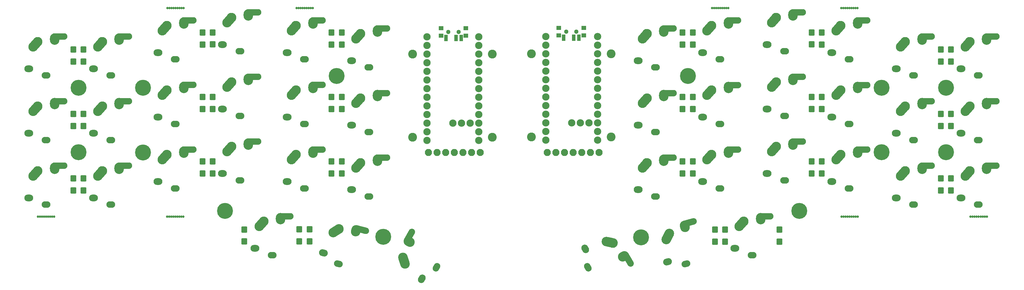
<source format=gbr>
%TF.GenerationSoftware,KiCad,Pcbnew,8.0.3*%
%TF.CreationDate,2024-08-02T01:30:14+01:00*%
%TF.ProjectId,corne-light-ice-trackball,636f726e-652d-46c6-9967-68742d696365,1.0*%
%TF.SameCoordinates,Original*%
%TF.FileFunction,Soldermask,Bot*%
%TF.FilePolarity,Negative*%
%FSLAX46Y46*%
G04 Gerber Fmt 4.6, Leading zero omitted, Abs format (unit mm)*
G04 Created by KiCad (PCBNEW 8.0.3) date 2024-08-02 01:30:14*
%MOMM*%
%LPD*%
G01*
G04 APERTURE LIST*
G04 Aperture macros list*
%AMRoundRect*
0 Rectangle with rounded corners*
0 $1 Rounding radius*
0 $2 $3 $4 $5 $6 $7 $8 $9 X,Y pos of 4 corners*
0 Add a 4 corners polygon primitive as box body*
4,1,4,$2,$3,$4,$5,$6,$7,$8,$9,$2,$3,0*
0 Add four circle primitives for the rounded corners*
1,1,$1+$1,$2,$3*
1,1,$1+$1,$4,$5*
1,1,$1+$1,$6,$7*
1,1,$1+$1,$8,$9*
0 Add four rect primitives between the rounded corners*
20,1,$1+$1,$2,$3,$4,$5,0*
20,1,$1+$1,$4,$5,$6,$7,0*
20,1,$1+$1,$6,$7,$8,$9,0*
20,1,$1+$1,$8,$9,$2,$3,0*%
%AMHorizOval*
0 Thick line with rounded ends*
0 $1 width*
0 $2 $3 position (X,Y) of the first rounded end (center of the circle)*
0 $4 $5 position (X,Y) of the second rounded end (center of the circle)*
0 Add line between two ends*
20,1,$1,$2,$3,$4,$5,0*
0 Add two circle primitives to create the rounded ends*
1,1,$1,$2,$3*
1,1,$1,$4,$5*%
G04 Aperture macros list end*
%ADD10O,2.600000X2.000000*%
%ADD11HorizOval,2.800000X-0.669131X-0.743145X0.669131X0.743145X0*%
%ADD12C,2.800000*%
%ADD13O,2.600000X1.900000*%
%ADD14O,2.800000X3.350000*%
%ADD15HorizOval,1.900000X1.449945X0.012653X-1.449945X-0.012653X0*%
%ADD16HorizOval,2.000000X0.289778X0.077646X-0.289778X-0.077646X0*%
%ADD17HorizOval,2.800000X-0.453990X-0.891007X0.453990X0.891007X0*%
%ADD18HorizOval,1.900000X0.338074X0.090587X-0.338074X-0.090587X0*%
%ADD19HorizOval,2.800000X-0.071175X0.265630X0.071175X-0.265630X0*%
%ADD20HorizOval,1.900000X1.397264X0.387496X-1.397264X-0.387496X0*%
%ADD21HorizOval,2.000000X0.150000X0.259808X-0.150000X-0.259808X0*%
%ADD22HorizOval,2.800000X-0.309017X0.951057X0.309017X-0.951057X0*%
%ADD23HorizOval,1.900000X0.175000X0.303109X-0.175000X-0.303109X0*%
%ADD24HorizOval,2.800000X-0.238157X0.137500X0.238157X-0.137500X0*%
%ADD25HorizOval,1.900000X0.714014X1.262016X-0.714014X-1.262016X0*%
%ADD26HorizOval,2.000000X0.289778X-0.077646X-0.289778X0.077646X0*%
%ADD27HorizOval,2.800000X-0.838671X-0.544639X0.838671X0.544639X0*%
%ADD28HorizOval,1.900000X0.338074X-0.090587X-0.338074X0.090587X0*%
%ADD29HorizOval,2.800000X-0.071175X-0.265630X0.071175X0.265630X0*%
%ADD30HorizOval,1.900000X1.403814X-0.363051X-1.403814X0.363051X0*%
%ADD31HorizOval,2.000000X0.150000X-0.259808X-0.150000X0.259808X0*%
%ADD32HorizOval,2.800000X-0.978148X0.207912X0.978148X-0.207912X0*%
%ADD33HorizOval,1.900000X0.175000X-0.303109X-0.175000X0.303109X0*%
%ADD34HorizOval,2.800000X-0.238157X-0.137500X0.238157X0.137500X0*%
%ADD35HorizOval,1.900000X0.735931X-1.249362X-0.735931X1.249362X0*%
%ADD36C,0.700000*%
%ADD37C,2.100000*%
%ADD38O,2.100000X2.100000*%
%ADD39C,2.600000*%
%ADD40RoundRect,0.200000X-0.650000X0.700000X-0.650000X-0.700000X0.650000X-0.700000X0.650000X0.700000X0*%
%ADD41C,4.700000*%
%ADD42C,2.152600*%
%ADD43C,1.300000*%
%ADD44RoundRect,0.200000X-0.350000X-0.750000X0.350000X-0.750000X0.350000X0.750000X-0.350000X0.750000X0*%
%ADD45RoundRect,0.200000X-0.500000X-0.400000X0.500000X-0.400000X0.500000X0.400000X-0.500000X0.400000X0*%
G04 APERTURE END LIST*
D10*
%TO.C,SW22*%
X216523000Y41865068D03*
D11*
X218492131Y49058213D03*
D12*
X219123000Y49765068D03*
D13*
X221623000Y39865068D03*
D14*
X224123000Y50565068D03*
D15*
X225523042Y51305469D03*
%TD*%
D10*
%TO.C,SW23*%
X197523000Y41865068D03*
D11*
X199492131Y49058213D03*
D12*
X200123000Y49765068D03*
D13*
X202623000Y39865068D03*
D14*
X205123000Y50565068D03*
D15*
X206523042Y51305469D03*
%TD*%
D10*
%TO.C,SW24*%
X178523000Y46615068D03*
D11*
X180492131Y53808213D03*
D12*
X181123000Y54515068D03*
D13*
X183623000Y44615068D03*
D14*
X186123000Y55315068D03*
D15*
X187523042Y56055469D03*
%TD*%
D10*
%TO.C,SW25*%
X159523000Y48990068D03*
D11*
X161492131Y56183213D03*
D12*
X162123000Y56890068D03*
D13*
X164623000Y46990068D03*
D14*
X167123000Y57690068D03*
D15*
X168523042Y58430469D03*
%TD*%
D10*
%TO.C,SW26*%
X140523000Y46615068D03*
D11*
X142492131Y53808213D03*
D12*
X143123000Y54515068D03*
D13*
X145623000Y44615068D03*
D14*
X148123000Y55315068D03*
D15*
X149523042Y56055469D03*
%TD*%
D10*
%TO.C,SW27*%
X121523000Y44240068D03*
D11*
X123492131Y51433213D03*
D12*
X124123000Y52140068D03*
D13*
X126623000Y42240068D03*
D14*
X129123000Y52940068D03*
D15*
X130523042Y53680469D03*
%TD*%
D10*
%TO.C,SW28*%
X216523000Y22865068D03*
D11*
X218492131Y30058213D03*
D12*
X219123000Y30765068D03*
D13*
X221623000Y20865068D03*
D14*
X224123000Y31565068D03*
D15*
X225523042Y32305469D03*
%TD*%
D10*
%TO.C,SW29*%
X197523000Y22865068D03*
D11*
X199492131Y30058213D03*
D12*
X200123000Y30765068D03*
D13*
X202623000Y20865068D03*
D14*
X205123000Y31565068D03*
D15*
X206523042Y32305469D03*
%TD*%
D10*
%TO.C,SW30*%
X178523000Y27615068D03*
D11*
X180492131Y34808213D03*
D12*
X181123000Y35515068D03*
D13*
X183623000Y25615068D03*
D14*
X186123000Y36315068D03*
D15*
X187523042Y37055469D03*
%TD*%
D10*
%TO.C,SW31*%
X159523000Y29990068D03*
D11*
X161492131Y37183213D03*
D12*
X162123000Y37890068D03*
D13*
X164623000Y27990068D03*
D14*
X167123000Y38690068D03*
D15*
X168523042Y39430469D03*
%TD*%
D10*
%TO.C,SW32*%
X140523000Y27615068D03*
D11*
X142492131Y34808213D03*
D12*
X143123000Y35515068D03*
D13*
X145623000Y25615068D03*
D14*
X148123000Y36315068D03*
D15*
X149523042Y37055469D03*
%TD*%
D10*
%TO.C,SW33*%
X121523000Y25240068D03*
D11*
X123492131Y32433213D03*
D12*
X124123000Y33140068D03*
D13*
X126623000Y23240068D03*
D14*
X129123000Y33940068D03*
D15*
X130523042Y34680469D03*
%TD*%
D10*
%TO.C,SW34*%
X216523000Y3865068D03*
D11*
X218492131Y11058213D03*
D12*
X219123000Y11765068D03*
D13*
X221623000Y1865068D03*
D14*
X224123000Y12565068D03*
D15*
X225523042Y13305469D03*
%TD*%
D10*
%TO.C,SW35*%
X197523000Y3865068D03*
D11*
X199492131Y11058213D03*
D12*
X200123000Y11765068D03*
D13*
X202623000Y1865068D03*
D14*
X205123000Y12565068D03*
D15*
X206523042Y13305469D03*
%TD*%
D10*
%TO.C,SW36*%
X178523000Y8615068D03*
D11*
X180492131Y15808213D03*
D12*
X181123000Y16515068D03*
D13*
X183623000Y6615068D03*
D14*
X186123000Y17315068D03*
D15*
X187523042Y18055469D03*
%TD*%
D10*
%TO.C,SW37*%
X159523000Y10990068D03*
D11*
X161492131Y18183213D03*
D12*
X162123000Y18890068D03*
D13*
X164623000Y8990068D03*
D14*
X167123000Y19690068D03*
D15*
X168523042Y20430469D03*
%TD*%
D10*
%TO.C,SW38*%
X140523000Y8615068D03*
D11*
X142492131Y15808213D03*
D12*
X143123000Y16515068D03*
D13*
X145623000Y6615068D03*
D14*
X148123000Y17315068D03*
D15*
X149523042Y18055469D03*
%TD*%
D10*
%TO.C,SW40*%
X150023000Y-11009932D03*
D11*
X151992131Y-3816787D03*
D12*
X152623000Y-3109932D03*
D13*
X155123000Y-13009932D03*
D14*
X157623000Y-2309932D03*
D15*
X159023042Y-1569531D03*
%TD*%
D16*
%TO.C,SW41*%
X130206173Y-14947020D03*
D17*
X130246483Y-7489327D03*
D12*
X130672909Y-6643276D03*
D18*
X135650032Y-15558894D03*
D19*
X135295483Y-4576440D03*
D20*
X136456190Y-3498909D03*
%TD*%
D10*
%TO.C,SW39*%
X121523000Y6240068D03*
D11*
X123492131Y13433213D03*
D12*
X124123000Y14140068D03*
D13*
X126623000Y4240068D03*
D14*
X129123000Y14940068D03*
D15*
X130523042Y15680469D03*
%TD*%
D10*
%TO.C,SW6*%
X37248000Y44240500D03*
D11*
X39217131Y51433645D03*
D12*
X39848000Y52140500D03*
D13*
X42348000Y42240500D03*
D14*
X44848000Y52940500D03*
D15*
X46248042Y53680901D03*
%TD*%
D10*
%TO.C,SW5*%
X18248000Y46615500D03*
D11*
X20217131Y53808645D03*
D12*
X20848000Y54515500D03*
D13*
X23348000Y44615500D03*
D14*
X25848000Y55315500D03*
D15*
X27248042Y56055901D03*
%TD*%
D10*
%TO.C,SW4*%
X-752000Y48990500D03*
D11*
X1217131Y56183645D03*
D12*
X1848000Y56890500D03*
D13*
X4348000Y46990500D03*
D14*
X6848000Y57690500D03*
D15*
X8248042Y58430901D03*
%TD*%
D10*
%TO.C,SW3*%
X-19752000Y46615500D03*
D11*
X-17782869Y53808645D03*
D12*
X-17152000Y54515500D03*
D13*
X-14652000Y44615500D03*
D14*
X-12152000Y55315500D03*
D15*
X-10751958Y56055901D03*
%TD*%
D10*
%TO.C,SW2*%
X-38752000Y41865500D03*
D11*
X-36782869Y49058645D03*
D12*
X-36152000Y49765500D03*
D13*
X-33652000Y39865500D03*
D14*
X-31152000Y50565500D03*
D15*
X-29751958Y51305901D03*
%TD*%
D10*
%TO.C,SW18*%
X37248000Y6240500D03*
D11*
X39217131Y13433645D03*
D12*
X39848000Y14140500D03*
D13*
X42348000Y4240500D03*
D14*
X44848000Y14940500D03*
D15*
X46248042Y15680901D03*
%TD*%
D21*
%TO.C,SW21*%
X57925499Y-19976230D03*
D22*
X52680618Y-14674340D03*
D12*
X52383898Y-13774564D03*
D23*
X62207550Y-16559500D03*
D24*
X54191078Y-9044436D03*
D25*
X54249893Y-7461764D03*
%TD*%
D10*
%TO.C,SW13*%
X-57752000Y3865500D03*
D11*
X-55782869Y11058645D03*
D12*
X-55152000Y11765500D03*
D13*
X-52652000Y1865500D03*
D14*
X-50152000Y12565500D03*
D15*
X-48751958Y13305901D03*
%TD*%
D26*
%TO.C,SW20*%
X28912384Y-12306634D03*
D27*
X32676141Y-5868238D03*
D12*
X33468462Y-5348749D03*
D28*
X33320968Y-15558462D03*
D29*
X38505146Y-5870104D03*
D30*
X40049113Y-5517289D03*
%TD*%
D10*
%TO.C,SW19*%
X8748000Y-11009500D03*
D11*
X10717131Y-3816355D03*
D12*
X11348000Y-3109500D03*
D13*
X13848000Y-13009500D03*
D14*
X16348000Y-2309500D03*
D15*
X17748042Y-1569099D03*
%TD*%
D10*
%TO.C,SW17*%
X18248000Y8615500D03*
D11*
X20217131Y15808645D03*
D12*
X20848000Y16515500D03*
D13*
X23348000Y6615500D03*
D14*
X25848000Y17315500D03*
D15*
X27248042Y18055901D03*
%TD*%
D10*
%TO.C,SW16*%
X-752000Y10990500D03*
D11*
X1217131Y18183645D03*
D12*
X1848000Y18890500D03*
D13*
X4348000Y8990500D03*
D14*
X6848000Y19690500D03*
D15*
X8248042Y20430901D03*
%TD*%
D10*
%TO.C,SW15*%
X-19752000Y8615500D03*
D11*
X-17782869Y15808645D03*
D12*
X-17152000Y16515500D03*
D13*
X-14652000Y6615500D03*
D14*
X-12152000Y17315500D03*
D15*
X-10751958Y18055901D03*
%TD*%
D10*
%TO.C,SW14*%
X-38752000Y3865500D03*
D11*
X-36782869Y11058645D03*
D12*
X-36152000Y11765500D03*
D13*
X-33652000Y1865500D03*
D14*
X-31152000Y12565500D03*
D15*
X-29751958Y13305901D03*
%TD*%
D10*
%TO.C,SW12*%
X37248000Y25240500D03*
D11*
X39217131Y32433645D03*
D12*
X39848000Y33140500D03*
D13*
X42348000Y23240500D03*
D14*
X44848000Y33940500D03*
D15*
X46248042Y34680901D03*
%TD*%
D10*
%TO.C,SW11*%
X18248000Y27615500D03*
D11*
X20217131Y34808645D03*
D12*
X20848000Y35515500D03*
D13*
X23348000Y25615500D03*
D14*
X25848000Y36315500D03*
D15*
X27248042Y37055901D03*
%TD*%
D10*
%TO.C,SW10*%
X-752000Y29990500D03*
D11*
X1217131Y37183645D03*
D12*
X1848000Y37890500D03*
D13*
X4348000Y27990500D03*
D14*
X6848000Y38690500D03*
D15*
X8248042Y39430901D03*
%TD*%
D10*
%TO.C,SW9*%
X-19752000Y27615500D03*
D11*
X-17782869Y34808645D03*
D12*
X-17152000Y35515500D03*
D13*
X-14652000Y25615500D03*
D14*
X-12152000Y36315500D03*
D15*
X-10751958Y37055901D03*
%TD*%
D10*
%TO.C,SW8*%
X-38752000Y22865500D03*
D11*
X-36782869Y30058645D03*
D12*
X-36152000Y30765500D03*
D13*
X-33652000Y20865500D03*
D14*
X-31152000Y31565500D03*
D15*
X-29751958Y32305901D03*
%TD*%
D10*
%TO.C,SW7*%
X-57752000Y22865500D03*
D11*
X-55782869Y30058645D03*
D12*
X-55152000Y30765500D03*
D13*
X-52652000Y20865500D03*
D14*
X-50152000Y31565500D03*
D15*
X-48751958Y32305901D03*
%TD*%
D10*
%TO.C,SW1*%
X-57752000Y41865500D03*
D11*
X-55782869Y49058645D03*
D12*
X-55152000Y49765500D03*
D13*
X-52652000Y39865500D03*
D14*
X-50152000Y50565500D03*
D15*
X-48751958Y51305901D03*
%TD*%
D31*
%TO.C,SW42*%
X105945501Y-11143202D03*
D32*
X113159513Y-9251947D03*
D12*
X114087102Y-9444868D03*
D33*
X106763450Y-16559932D03*
D34*
X117279922Y-13374996D03*
D35*
X118621149Y-14217267D03*
%TD*%
D36*
%TO.C,J5*%
X-55018250Y-1694500D03*
X-54424500Y-1694500D03*
X-53830750Y-1694500D03*
X-53237000Y-1694500D03*
X-52643250Y-1694500D03*
X-52049500Y-1694500D03*
X-51455750Y-1694500D03*
X-50862000Y-1694500D03*
X-50268250Y-1694500D03*
%TD*%
%TO.C,J5*%
X-17030000Y-1694500D03*
X-16436250Y-1694500D03*
X-15842500Y-1694500D03*
X-15248750Y-1694500D03*
X-14655000Y-1694500D03*
X-14061250Y-1694500D03*
X-13467500Y-1694500D03*
X-12873750Y-1694500D03*
X-12280000Y-1694500D03*
%TD*%
%TO.C,J5*%
X-16927000Y59715500D03*
X-16333250Y59715500D03*
X-15739500Y59715500D03*
X-15145750Y59715500D03*
X-14552000Y59715500D03*
X-13958250Y59715500D03*
X-13364500Y59715500D03*
X-12770750Y59715500D03*
X-12177000Y59715500D03*
%TD*%
%TO.C,J5*%
X21043000Y59715500D03*
X21636750Y59715500D03*
X22230500Y59715500D03*
X22824250Y59715500D03*
X23418000Y59715500D03*
X24011750Y59715500D03*
X24605500Y59715500D03*
X25199250Y59715500D03*
X25793000Y59715500D03*
%TD*%
%TO.C,J5*%
X143340653Y59705500D03*
X143934403Y59705500D03*
X144528153Y59705500D03*
X145121903Y59705500D03*
X145715653Y59705500D03*
X146309403Y59705500D03*
X146903153Y59705500D03*
X147496903Y59705500D03*
X148090653Y59705500D03*
%TD*%
%TO.C,J5*%
X181360653Y59715500D03*
X181954403Y59715500D03*
X182548153Y59715500D03*
X183141903Y59715500D03*
X183735653Y59715500D03*
X184329403Y59715500D03*
X184923153Y59715500D03*
X185516903Y59715500D03*
X186110653Y59715500D03*
%TD*%
%TO.C,J5*%
X219390653Y-1704500D03*
X219984403Y-1704500D03*
X220578153Y-1704500D03*
X221171903Y-1704500D03*
X221765653Y-1704500D03*
X222359403Y-1704500D03*
X222953153Y-1704500D03*
X223546903Y-1704500D03*
X224140653Y-1704500D03*
%TD*%
%TO.C,J5*%
X181390653Y-1704500D03*
X181984403Y-1704500D03*
X182578153Y-1704500D03*
X183171903Y-1704500D03*
X183765653Y-1704500D03*
X184359403Y-1704500D03*
X184953153Y-1704500D03*
X185546903Y-1704500D03*
X186140653Y-1704500D03*
%TD*%
D37*
%TO.C,J7*%
X110033000Y17240500D03*
D38*
X107493000Y17240500D03*
X104953000Y17240500D03*
X102413000Y17240500D03*
X99873000Y17240500D03*
X97333000Y17240500D03*
X94793000Y17240500D03*
%TD*%
D39*
%TO.C,REF\u002A\u002A*%
X78673000Y46180500D03*
%TD*%
%TO.C,REF\u002A\u002A*%
X55173000Y21680500D03*
%TD*%
D37*
%TO.C,J7*%
X75083000Y17180500D03*
D38*
X72543000Y17180500D03*
X70003000Y17180500D03*
X67463000Y17180500D03*
X64923000Y17180500D03*
X62383000Y17180500D03*
X59843000Y17180500D03*
%TD*%
D39*
%TO.C,REF\u002A\u002A*%
X78673000Y21680500D03*
%TD*%
%TO.C,REF\u002A\u002A*%
X55173000Y46180500D03*
%TD*%
%TO.C,REF\u002A\u002A*%
X90123000Y21740500D03*
%TD*%
%TO.C,REF\u002A\u002A*%
X90123000Y46240500D03*
%TD*%
%TO.C,REF\u002A\u002A*%
X113623000Y46240500D03*
%TD*%
%TO.C,REF\u002A\u002A*%
X113623000Y21740500D03*
%TD*%
D40*
%TO.C,D34*%
X213623000Y5990068D03*
X213623000Y9540068D03*
%TD*%
%TO.C,D36*%
X175623000Y10990068D03*
X175623000Y14540068D03*
%TD*%
%TO.C,D37*%
X172623000Y10995068D03*
X172623000Y14545068D03*
%TD*%
%TO.C,D38*%
X137623000Y10990068D03*
X137623000Y14540068D03*
%TD*%
%TO.C,D39*%
X134623000Y10990068D03*
X134623000Y14540068D03*
%TD*%
%TO.C,D40*%
X163123000Y-9019932D03*
X163123000Y-5469932D03*
%TD*%
%TO.C,D41*%
X147133000Y-9004932D03*
X147133000Y-5454932D03*
%TD*%
%TO.C,D42*%
X144133000Y-9004932D03*
X144133000Y-5454932D03*
%TD*%
%TO.C,D22*%
X213623000Y43990068D03*
X213623000Y47540068D03*
%TD*%
%TO.C,D23*%
X210623000Y43990068D03*
X210623000Y47540068D03*
%TD*%
%TO.C,D24*%
X175623000Y48990068D03*
X175623000Y52540068D03*
%TD*%
%TO.C,D25*%
X172623000Y48995068D03*
X172623000Y52545068D03*
%TD*%
%TO.C,D26*%
X137623000Y48990068D03*
X137623000Y52540068D03*
%TD*%
%TO.C,D27*%
X134623000Y48990068D03*
X134623000Y52540068D03*
%TD*%
%TO.C,D28*%
X213623000Y24990068D03*
X213623000Y28540068D03*
%TD*%
%TO.C,D29*%
X210623000Y24990068D03*
X210623000Y28540068D03*
%TD*%
%TO.C,D30*%
X175623000Y29990068D03*
X175623000Y33540068D03*
%TD*%
%TO.C,D31*%
X172623000Y29995068D03*
X172623000Y33545068D03*
%TD*%
%TO.C,D32*%
X137623000Y29990068D03*
X137623000Y33540068D03*
%TD*%
%TO.C,D14*%
X-41652000Y5990500D03*
X-41652000Y9540500D03*
%TD*%
%TO.C,D8*%
X-41652000Y24990500D03*
X-41652000Y28540500D03*
%TD*%
%TO.C,D2*%
X-41652000Y43990500D03*
X-41652000Y47540500D03*
%TD*%
%TO.C,D33*%
X134623000Y29990068D03*
X134623000Y33540068D03*
%TD*%
%TO.C,D21*%
X24848000Y-8994500D03*
X24848000Y-5444500D03*
%TD*%
%TO.C,D20*%
X21848000Y-8994500D03*
X21848000Y-5444500D03*
%TD*%
%TO.C,D19*%
X5668000Y-8999500D03*
X5668000Y-5449500D03*
%TD*%
%TO.C,D18*%
X34348000Y10990500D03*
X34348000Y14540500D03*
%TD*%
%TO.C,D17*%
X31348000Y10990500D03*
X31348000Y14540500D03*
%TD*%
%TO.C,D16*%
X-3652000Y10995500D03*
X-3652000Y14545500D03*
%TD*%
%TO.C,D15*%
X-6652000Y10990500D03*
X-6652000Y14540500D03*
%TD*%
%TO.C,D13*%
X-44652000Y5993625D03*
X-44652000Y9543625D03*
%TD*%
%TO.C,D12*%
X34348000Y29990500D03*
X34348000Y33540500D03*
%TD*%
%TO.C,D11*%
X31348000Y29990500D03*
X31348000Y33540500D03*
%TD*%
%TO.C,D10*%
X-3652000Y29995500D03*
X-3652000Y33545500D03*
%TD*%
%TO.C,D9*%
X-6652000Y29990500D03*
X-6652000Y33540500D03*
%TD*%
%TO.C,D7*%
X-44652000Y24993625D03*
X-44652000Y28543625D03*
%TD*%
%TO.C,D6*%
X34348000Y48990500D03*
X34348000Y52540500D03*
%TD*%
%TO.C,D5*%
X31348000Y48990500D03*
X31348000Y52540500D03*
%TD*%
%TO.C,D4*%
X-3652000Y48995500D03*
X-3652000Y52545500D03*
%TD*%
%TO.C,D3*%
X-6652000Y48990500D03*
X-6652000Y52540500D03*
%TD*%
%TO.C,D1*%
X-44652000Y43993625D03*
X-44652000Y47543625D03*
%TD*%
%TO.C,D35*%
X210623000Y5990068D03*
X210623000Y9540068D03*
%TD*%
D41*
%TO.C,Ref\u002A\u002A*%
X-43144000Y17265000D03*
%TD*%
%TO.C,Ref\u002A\u002A*%
X32811000Y39755000D03*
%TD*%
%TO.C,Ref\u002A\u002A*%
X-43144000Y36265000D03*
%TD*%
%TO.C,Ref\u002A\u002A*%
X0Y0D03*
%TD*%
%TO.C,Ref\u002A\u002A*%
X46566000Y-7614500D03*
%TD*%
%TO.C,Ref\u002A\u002A*%
X136174000Y39748568D03*
%TD*%
%TO.C,Ref\u002A\u002A*%
X122424000Y-7761432D03*
%TD*%
%TO.C,Ref\u002A\u002A*%
X168994000Y-11432D03*
%TD*%
%TO.C,Ref\u002A\u002A*%
X212134000Y36258568D03*
%TD*%
%TO.C,Ref\u002A\u002A*%
X212134000Y17258568D03*
%TD*%
%TO.C,Ref\u002A\u002A*%
X-24127000Y17240500D03*
%TD*%
%TO.C,Ref\u002A\u002A*%
X-24127000Y36240500D03*
%TD*%
%TO.C,Ref\u002A\u002A*%
X193150653Y17258568D03*
%TD*%
%TO.C,Ref\u002A\u002A*%
X193150653Y36258568D03*
%TD*%
D42*
%TO.C,U1*%
X109623000Y51280500D03*
X109623000Y48740500D03*
X109623000Y46200500D03*
X109623000Y43660500D03*
X109623000Y41120500D03*
X109623000Y38580500D03*
X109623000Y36040500D03*
X109623000Y33500500D03*
X109623000Y30960500D03*
X109623000Y28420500D03*
X109623000Y25880500D03*
X109623000Y23340500D03*
X109623000Y20800500D03*
X94383000Y20800500D03*
X94383000Y23340500D03*
X94383000Y25880500D03*
X94383000Y28420500D03*
X94383000Y30960500D03*
X94383000Y33500500D03*
X94383000Y36040500D03*
X94383000Y38580500D03*
X94383000Y41120500D03*
X94383000Y43660500D03*
X94383000Y46200500D03*
X94383000Y48740500D03*
X94356715Y51280500D03*
X107083000Y25880500D03*
X104543000Y25880500D03*
X102003000Y25880500D03*
%TD*%
D43*
%TO.C,PSW2*%
X100373000Y52740500D03*
X103373000Y52740500D03*
D44*
X99623000Y50990500D03*
X102623000Y50990500D03*
X104123000Y50990500D03*
D45*
X98223000Y53840500D03*
X98223000Y51640500D03*
X105523000Y51640500D03*
X105523000Y53840500D03*
%TD*%
D42*
%TO.C,U1*%
X74673000Y51220500D03*
X74673000Y48680500D03*
X74673000Y46140500D03*
X74673000Y43600500D03*
X74673000Y41060500D03*
X74673000Y38520500D03*
X74673000Y35980500D03*
X74673000Y33440500D03*
X74673000Y30900500D03*
X74673000Y28360500D03*
X74673000Y25820500D03*
X74673000Y23280500D03*
X74673000Y20740500D03*
X59433000Y20740500D03*
X59433000Y23280500D03*
X59433000Y25820500D03*
X59433000Y28360500D03*
X59433000Y30900500D03*
X59433000Y33440500D03*
X59433000Y35980500D03*
X59433000Y38520500D03*
X59433000Y41060500D03*
X59433000Y43600500D03*
X59433000Y46140500D03*
X59433000Y48680500D03*
X59406715Y51220500D03*
X72133000Y25820500D03*
X69593000Y25820500D03*
X67053000Y25820500D03*
%TD*%
D43*
%TO.C,PSW2*%
X65723000Y52680500D03*
X68723000Y52680500D03*
D44*
X64973000Y50930500D03*
X67973000Y50930500D03*
X69473000Y50930500D03*
D45*
X63573000Y53780500D03*
X63573000Y51580500D03*
X70873000Y51580500D03*
X70873000Y53780500D03*
%TD*%
M02*

</source>
